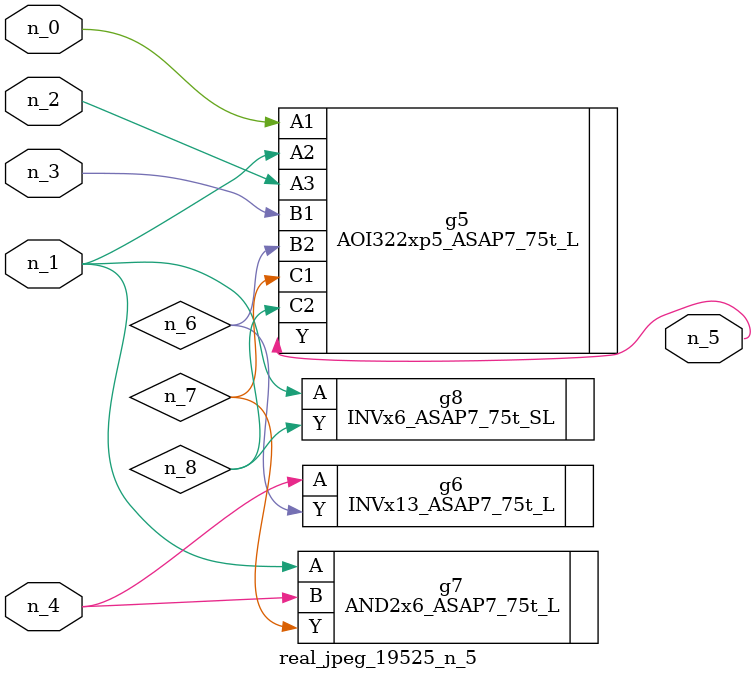
<source format=v>
module real_jpeg_19525_n_5 (n_4, n_0, n_1, n_2, n_3, n_5);

input n_4;
input n_0;
input n_1;
input n_2;
input n_3;

output n_5;

wire n_8;
wire n_6;
wire n_7;

AOI322xp5_ASAP7_75t_L g5 ( 
.A1(n_0),
.A2(n_1),
.A3(n_2),
.B1(n_3),
.B2(n_6),
.C1(n_7),
.C2(n_8),
.Y(n_5)
);

AND2x6_ASAP7_75t_L g7 ( 
.A(n_1),
.B(n_4),
.Y(n_7)
);

INVx6_ASAP7_75t_SL g8 ( 
.A(n_1),
.Y(n_8)
);

INVx13_ASAP7_75t_L g6 ( 
.A(n_4),
.Y(n_6)
);


endmodule
</source>
